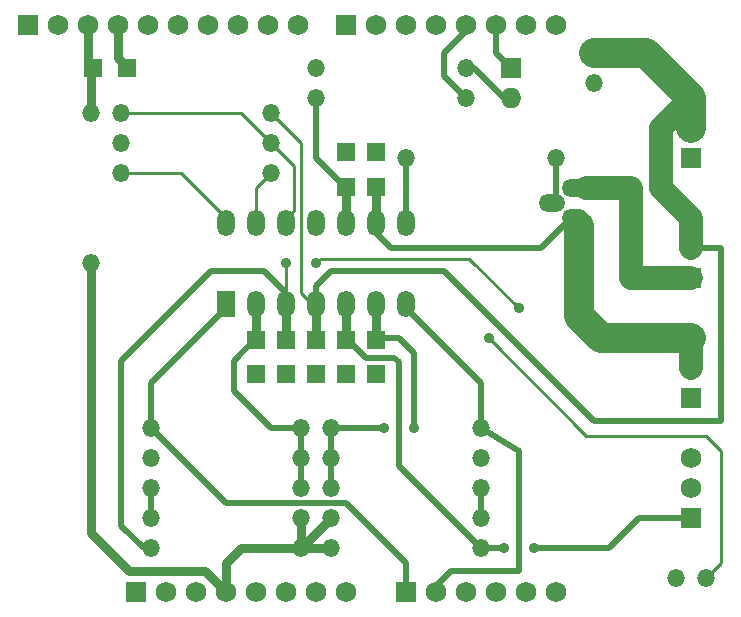
<source format=gtl>
G04 (created by PCBNEW (22-Jun-2014 BZR 4027)-stable) date Sun 28 Jan 2018 01:51:53 PM CST*
%MOIN*%
G04 Gerber Fmt 3.4, Leading zero omitted, Abs format*
%FSLAX34Y34*%
G01*
G70*
G90*
G04 APERTURE LIST*
%ADD10C,0.00590551*%
%ADD11O,0.0885X0.059*%
%ADD12R,0.069X0.069*%
%ADD13C,0.069*%
%ADD14O,0.059X0.059*%
%ADD15R,0.059X0.059*%
%ADD16R,0.059X0.0885*%
%ADD17O,0.059X0.0885*%
%ADD18R,0.064X0.059*%
%ADD19R,0.059X0.064*%
%ADD20O,0.069X0.069*%
%ADD21C,0.035*%
%ADD22C,0.01*%
%ADD23C,0.03*%
%ADD24C,0.02*%
%ADD25C,0.08*%
%ADD26C,0.1*%
G04 APERTURE END LIST*
G54D10*
G54D11*
X87647Y-55500D03*
X86852Y-55000D03*
X87647Y-54500D03*
G54D12*
X91500Y-53500D03*
G54D13*
X91500Y-51500D03*
X91500Y-52500D03*
G54D12*
X91500Y-61500D03*
G54D13*
X91500Y-59500D03*
X91500Y-60500D03*
G54D12*
X91500Y-57500D03*
G54D13*
X91500Y-55500D03*
X91500Y-56500D03*
G54D12*
X91500Y-65500D03*
G54D13*
X91500Y-63500D03*
X91500Y-64500D03*
G54D14*
X78500Y-62500D03*
X73500Y-62500D03*
X79500Y-66500D03*
X84500Y-66500D03*
X78500Y-66500D03*
X73500Y-66500D03*
X72500Y-52000D03*
X77500Y-52000D03*
X73500Y-63500D03*
X78500Y-63500D03*
X78500Y-64500D03*
X73500Y-64500D03*
X77500Y-54000D03*
X72500Y-54000D03*
X73500Y-65500D03*
X78500Y-65500D03*
X72500Y-53000D03*
X77500Y-53000D03*
X79500Y-62500D03*
X84500Y-62500D03*
X71500Y-57000D03*
X71500Y-52000D03*
X87000Y-53500D03*
X82000Y-53500D03*
X79000Y-51500D03*
X84000Y-51500D03*
X84500Y-65500D03*
X79500Y-65500D03*
X79500Y-64500D03*
X84500Y-64500D03*
X84500Y-63500D03*
X79500Y-63500D03*
G54D15*
X88250Y-50000D03*
G54D14*
X88250Y-51000D03*
G54D16*
X76000Y-58352D03*
G54D17*
X77000Y-58352D03*
X78000Y-58352D03*
X79000Y-58352D03*
X79000Y-55647D03*
X78000Y-55647D03*
X77000Y-55647D03*
X76000Y-55647D03*
X80000Y-58352D03*
X81000Y-58352D03*
X82000Y-58352D03*
X80000Y-55647D03*
X81000Y-55647D03*
X82000Y-55647D03*
G54D18*
X71550Y-50500D03*
X72700Y-50500D03*
G54D19*
X77000Y-59550D03*
X77000Y-60700D03*
X78000Y-59550D03*
X78000Y-60700D03*
X81000Y-54450D03*
X81000Y-53300D03*
X80000Y-54450D03*
X80000Y-53300D03*
X81000Y-59550D03*
X81000Y-60700D03*
X80000Y-59550D03*
X80000Y-60700D03*
X79000Y-59550D03*
X79000Y-60700D03*
G54D12*
X73000Y-67950D03*
G54D13*
X74000Y-67950D03*
X75000Y-67950D03*
X76000Y-67950D03*
X77000Y-67950D03*
X78000Y-67950D03*
X79000Y-67950D03*
X80000Y-67950D03*
G54D12*
X80000Y-49050D03*
G54D13*
X81000Y-49050D03*
X82000Y-49050D03*
X83000Y-49050D03*
X84000Y-49050D03*
X85000Y-49050D03*
X86000Y-49050D03*
X87000Y-49050D03*
G54D12*
X82000Y-67950D03*
G54D13*
X83000Y-67950D03*
X84000Y-67950D03*
X85000Y-67950D03*
X86000Y-67950D03*
X87000Y-67950D03*
G54D12*
X69400Y-49050D03*
G54D13*
X70400Y-49050D03*
X71400Y-49050D03*
X72400Y-49050D03*
X73400Y-49050D03*
X74400Y-49050D03*
X75400Y-49050D03*
X76400Y-49050D03*
X77400Y-49050D03*
X78400Y-49050D03*
G54D14*
X79000Y-50500D03*
X84000Y-50500D03*
G54D12*
X85500Y-50500D03*
G54D20*
X85500Y-51500D03*
G54D14*
X92000Y-67500D03*
X91000Y-67500D03*
G54D21*
X82250Y-62500D03*
X81250Y-62500D03*
X86250Y-66500D03*
X85250Y-66500D03*
X78000Y-57000D03*
X79000Y-57000D03*
X84750Y-59500D03*
X85750Y-58500D03*
G54D22*
X77500Y-52000D02*
X78500Y-53000D01*
X78500Y-58000D02*
X79000Y-58500D01*
X78500Y-53000D02*
X78500Y-58000D01*
G54D23*
X79000Y-59500D02*
X79000Y-58500D01*
G54D24*
X91500Y-56500D02*
X92500Y-56500D01*
X79000Y-57750D02*
X79000Y-58500D01*
X79500Y-57250D02*
X79000Y-57750D01*
X83250Y-57250D02*
X79500Y-57250D01*
X88250Y-62250D02*
X83250Y-57250D01*
X88500Y-62250D02*
X88250Y-62250D01*
X92500Y-62250D02*
X88500Y-62250D01*
X92500Y-56500D02*
X92500Y-62250D01*
G54D25*
X91500Y-55500D02*
X90500Y-54500D01*
X90500Y-52500D02*
X91500Y-51500D01*
X90500Y-54500D02*
X90500Y-52500D01*
X91500Y-56500D02*
X91500Y-55500D01*
G54D26*
X91500Y-51500D02*
X90000Y-50000D01*
X90000Y-50000D02*
X88250Y-50000D01*
X91500Y-51500D02*
X91500Y-52500D01*
G54D23*
X71500Y-57000D02*
X71500Y-66000D01*
X75300Y-67250D02*
X76000Y-67950D01*
X72750Y-67250D02*
X75300Y-67250D01*
X71500Y-66000D02*
X72750Y-67250D01*
X78500Y-66500D02*
X79500Y-66500D01*
X78500Y-66500D02*
X79500Y-65500D01*
X78500Y-65500D02*
X78500Y-66500D01*
X76000Y-67950D02*
X76000Y-67000D01*
X76500Y-66500D02*
X78500Y-66500D01*
X76000Y-67000D02*
X76500Y-66500D01*
G54D24*
X82000Y-67000D02*
X82000Y-67950D01*
X80000Y-65000D02*
X82000Y-67000D01*
X76000Y-58500D02*
X73500Y-61000D01*
X76000Y-65000D02*
X80000Y-65000D01*
X73500Y-62500D02*
X76000Y-65000D01*
X73500Y-61000D02*
X73500Y-62500D01*
X85750Y-63250D02*
X84500Y-62500D01*
X85750Y-67250D02*
X85750Y-63250D01*
X84750Y-67250D02*
X85750Y-67250D01*
X83500Y-67250D02*
X84750Y-67250D01*
X84500Y-61000D02*
X84500Y-62500D01*
X83000Y-67950D02*
X83000Y-67750D01*
X83000Y-67750D02*
X83500Y-67250D01*
X82000Y-58500D02*
X84500Y-61000D01*
G54D23*
X72400Y-49050D02*
X72400Y-50150D01*
X72400Y-50150D02*
X72750Y-50500D01*
X71500Y-52000D02*
X71500Y-50500D01*
X71400Y-49050D02*
X71400Y-50400D01*
X71400Y-50400D02*
X71500Y-50500D01*
G54D24*
X85000Y-49050D02*
X85000Y-50000D01*
X85000Y-50000D02*
X85500Y-50500D01*
X84000Y-49050D02*
X84000Y-49250D01*
X83250Y-50750D02*
X84000Y-51500D01*
X83250Y-50000D02*
X83250Y-50750D01*
X84000Y-49250D02*
X83250Y-50000D01*
G54D22*
X77500Y-53000D02*
X78250Y-53750D01*
X78250Y-55250D02*
X78000Y-55500D01*
X78250Y-53750D02*
X78250Y-55250D01*
X72500Y-52000D02*
X76500Y-52000D01*
X76500Y-52000D02*
X77500Y-53000D01*
X72500Y-54000D02*
X74500Y-54000D01*
X74500Y-54000D02*
X76000Y-55500D01*
G54D24*
X84500Y-64500D02*
X84500Y-65500D01*
X85500Y-51500D02*
X85250Y-51500D01*
X84250Y-50500D02*
X84000Y-50500D01*
X85250Y-51500D02*
X84250Y-50500D01*
G54D22*
X77000Y-55500D02*
X77000Y-54500D01*
X77000Y-54500D02*
X77500Y-54000D01*
G54D24*
X79000Y-51500D02*
X79000Y-53500D01*
X79000Y-53500D02*
X80000Y-54500D01*
G54D23*
X80000Y-55500D02*
X80000Y-54500D01*
G54D24*
X87000Y-53500D02*
X87000Y-54500D01*
X87000Y-54500D02*
X87000Y-55000D01*
G54D23*
X81000Y-58500D02*
X81000Y-59500D01*
G54D24*
X81750Y-59500D02*
X81000Y-59500D01*
X82250Y-60000D02*
X81750Y-59500D01*
X82250Y-62500D02*
X82250Y-60000D01*
X79500Y-62500D02*
X81250Y-62500D01*
X79500Y-63500D02*
X79500Y-62500D01*
X79500Y-64500D02*
X79500Y-63500D01*
X91500Y-65500D02*
X89750Y-65500D01*
X85250Y-66500D02*
X84500Y-66500D01*
X88750Y-66500D02*
X86250Y-66500D01*
X89750Y-65500D02*
X88750Y-66500D01*
G54D23*
X80000Y-58500D02*
X80000Y-59500D01*
G54D24*
X80650Y-60150D02*
X80000Y-59500D01*
X81600Y-60150D02*
X80650Y-60150D01*
X81750Y-60300D02*
X81600Y-60150D01*
X81750Y-63750D02*
X81750Y-60300D01*
X84500Y-66500D02*
X81750Y-63750D01*
G54D22*
X84000Y-56850D02*
X84100Y-56850D01*
X79000Y-57000D02*
X79150Y-56850D01*
X79150Y-56850D02*
X83900Y-56850D01*
X83900Y-56850D02*
X84000Y-56850D01*
X78000Y-58500D02*
X78000Y-57000D01*
X92500Y-67000D02*
X92000Y-67500D01*
X92500Y-63250D02*
X92500Y-67000D01*
X92000Y-62750D02*
X92500Y-63250D01*
X88000Y-62750D02*
X92000Y-62750D01*
X84750Y-59500D02*
X88000Y-62750D01*
X84100Y-56850D02*
X85750Y-58500D01*
G54D24*
X73500Y-66500D02*
X73250Y-66500D01*
X73250Y-66500D02*
X72500Y-65750D01*
X72500Y-65750D02*
X72500Y-60250D01*
X72500Y-60250D02*
X75500Y-57250D01*
X75500Y-57250D02*
X77250Y-57250D01*
X77250Y-57250D02*
X78000Y-58000D01*
X78000Y-58000D02*
X78000Y-58500D01*
G54D23*
X78000Y-58500D02*
X78000Y-59500D01*
G54D25*
X91500Y-57500D02*
X89500Y-57500D01*
X89500Y-54500D02*
X88000Y-54500D01*
G54D22*
X88000Y-54500D02*
X87500Y-54500D01*
G54D25*
X89500Y-57500D02*
X89500Y-54500D01*
X91500Y-60500D02*
X91500Y-59500D01*
G54D23*
X81000Y-55500D02*
X81000Y-54500D01*
G54D24*
X81000Y-55500D02*
X81000Y-56000D01*
X87500Y-55500D02*
X87750Y-55750D01*
X86500Y-56500D02*
X87500Y-55500D01*
X81500Y-56500D02*
X86500Y-56500D01*
X81000Y-56000D02*
X81500Y-56500D01*
G54D26*
X91500Y-59500D02*
X88500Y-59500D01*
X87750Y-58750D02*
X87750Y-55750D01*
G54D22*
X87750Y-55750D02*
X87500Y-55500D01*
G54D26*
X88500Y-59500D02*
X87750Y-58750D01*
G54D24*
X73500Y-65500D02*
X73500Y-64500D01*
X78500Y-64500D02*
X78500Y-63500D01*
X77500Y-62500D02*
X78500Y-62500D01*
X76250Y-61250D02*
X77500Y-62500D01*
X78500Y-63500D02*
X78500Y-62500D01*
X76250Y-60250D02*
X76250Y-61250D01*
X77000Y-59500D02*
X76250Y-60250D01*
G54D23*
X77000Y-58500D02*
X77000Y-59500D01*
G54D24*
X82000Y-55500D02*
X82000Y-53500D01*
M02*

</source>
